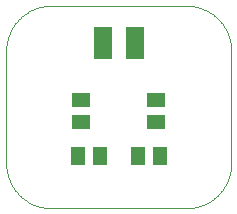
<source format=gbp>
G04 EAGLE Gerber X2 export*
%TF.Part,Single*%
%TF.FileFunction,Other,Solder paste bottom*%
%TF.FilePolarity,Positive*%
%TF.GenerationSoftware,Autodesk,EAGLE,9.0.0*%
%TF.CreationDate,2018-05-03T06:21:48Z*%
G75*
%MOMM*%
%FSLAX35Y35*%
%LPD*%
%AMOC8*
5,1,8,0,0,1.08239X$1,22.5*%
G01*
%ADD10C,0.100000*%
%ADD11R,1.300000X1.500000*%
%ADD12R,1.500000X1.300000*%
%ADD13R,1.500000X2.700000*%


D10*
X952500Y2286000D02*
X2095500Y2286000D01*
X2476500Y1905000D02*
X2476500Y952500D01*
X2095500Y571500D02*
X952500Y571500D01*
X571500Y952500D02*
X571500Y1905000D01*
X571611Y1914206D01*
X571945Y1923407D01*
X572501Y1932598D01*
X573279Y1941772D01*
X574278Y1950924D01*
X575498Y1960050D01*
X576938Y1969144D01*
X578598Y1978200D01*
X580476Y1987214D01*
X582571Y1996179D01*
X584882Y2005092D01*
X587408Y2013945D01*
X590147Y2022735D01*
X593098Y2031457D01*
X596259Y2040104D01*
X599627Y2048673D01*
X603202Y2057158D01*
X606981Y2065554D01*
X610961Y2073856D01*
X615141Y2082060D01*
X619518Y2090160D01*
X624090Y2098152D01*
X628853Y2106031D01*
X633805Y2113793D01*
X638943Y2121433D01*
X644265Y2128946D01*
X649766Y2136329D01*
X655444Y2143577D01*
X661296Y2150685D01*
X667317Y2157650D01*
X673506Y2164467D01*
X679857Y2171133D01*
X686367Y2177643D01*
X693033Y2183994D01*
X699850Y2190183D01*
X706815Y2196204D01*
X713923Y2202056D01*
X721171Y2207734D01*
X728554Y2213235D01*
X736067Y2218557D01*
X743707Y2223695D01*
X751469Y2228647D01*
X759348Y2233410D01*
X767340Y2237982D01*
X775440Y2242359D01*
X783644Y2246539D01*
X791946Y2250519D01*
X800342Y2254298D01*
X808827Y2257873D01*
X817396Y2261241D01*
X826043Y2264402D01*
X834765Y2267353D01*
X843555Y2270092D01*
X852408Y2272618D01*
X861321Y2274929D01*
X870286Y2277024D01*
X879300Y2278902D01*
X888356Y2280562D01*
X897450Y2282002D01*
X906576Y2283222D01*
X915728Y2284221D01*
X924902Y2284999D01*
X934093Y2285555D01*
X943294Y2285889D01*
X952500Y2286000D01*
X2095500Y2286000D02*
X2104706Y2285889D01*
X2113907Y2285555D01*
X2123098Y2284999D01*
X2132272Y2284221D01*
X2141424Y2283222D01*
X2150550Y2282002D01*
X2159644Y2280562D01*
X2168700Y2278902D01*
X2177714Y2277024D01*
X2186679Y2274929D01*
X2195592Y2272618D01*
X2204445Y2270092D01*
X2213235Y2267353D01*
X2221957Y2264402D01*
X2230604Y2261241D01*
X2239173Y2257873D01*
X2247658Y2254298D01*
X2256054Y2250519D01*
X2264356Y2246539D01*
X2272560Y2242359D01*
X2280660Y2237982D01*
X2288652Y2233410D01*
X2296531Y2228647D01*
X2304293Y2223695D01*
X2311933Y2218557D01*
X2319446Y2213235D01*
X2326829Y2207734D01*
X2334077Y2202056D01*
X2341185Y2196204D01*
X2348150Y2190183D01*
X2354967Y2183994D01*
X2361633Y2177643D01*
X2368143Y2171133D01*
X2374494Y2164467D01*
X2380683Y2157650D01*
X2386704Y2150685D01*
X2392556Y2143577D01*
X2398234Y2136329D01*
X2403735Y2128946D01*
X2409057Y2121433D01*
X2414195Y2113793D01*
X2419147Y2106031D01*
X2423910Y2098152D01*
X2428482Y2090160D01*
X2432859Y2082060D01*
X2437039Y2073856D01*
X2441019Y2065554D01*
X2444798Y2057158D01*
X2448373Y2048673D01*
X2451741Y2040104D01*
X2454902Y2031457D01*
X2457853Y2022735D01*
X2460592Y2013945D01*
X2463118Y2005092D01*
X2465429Y1996179D01*
X2467524Y1987214D01*
X2469402Y1978200D01*
X2471062Y1969144D01*
X2472502Y1960050D01*
X2473722Y1950924D01*
X2474721Y1941772D01*
X2475499Y1932598D01*
X2476055Y1923407D01*
X2476389Y1914206D01*
X2476500Y1905000D01*
X2476500Y952500D02*
X2476389Y943294D01*
X2476055Y934093D01*
X2475499Y924902D01*
X2474721Y915728D01*
X2473722Y906576D01*
X2472502Y897450D01*
X2471062Y888356D01*
X2469402Y879300D01*
X2467524Y870286D01*
X2465429Y861321D01*
X2463118Y852408D01*
X2460592Y843555D01*
X2457853Y834765D01*
X2454902Y826043D01*
X2451741Y817396D01*
X2448373Y808827D01*
X2444798Y800342D01*
X2441019Y791946D01*
X2437039Y783644D01*
X2432859Y775440D01*
X2428482Y767340D01*
X2423910Y759348D01*
X2419147Y751469D01*
X2414195Y743707D01*
X2409057Y736067D01*
X2403735Y728554D01*
X2398234Y721171D01*
X2392556Y713923D01*
X2386704Y706815D01*
X2380683Y699850D01*
X2374494Y693033D01*
X2368143Y686367D01*
X2361633Y679857D01*
X2354967Y673506D01*
X2348150Y667317D01*
X2341185Y661296D01*
X2334077Y655444D01*
X2326829Y649766D01*
X2319446Y644265D01*
X2311933Y638943D01*
X2304293Y633805D01*
X2296531Y628853D01*
X2288652Y624090D01*
X2280660Y619518D01*
X2272560Y615141D01*
X2264356Y610961D01*
X2256054Y606981D01*
X2247658Y603202D01*
X2239173Y599627D01*
X2230604Y596259D01*
X2221957Y593098D01*
X2213235Y590147D01*
X2204445Y587408D01*
X2195592Y584882D01*
X2186679Y582571D01*
X2177714Y580476D01*
X2168700Y578598D01*
X2159644Y576938D01*
X2150550Y575498D01*
X2141424Y574278D01*
X2132272Y573279D01*
X2123098Y572501D01*
X2113907Y571945D01*
X2104706Y571611D01*
X2095500Y571500D01*
X952500Y571500D02*
X943294Y571611D01*
X934093Y571945D01*
X924902Y572501D01*
X915728Y573279D01*
X906576Y574278D01*
X897450Y575498D01*
X888356Y576938D01*
X879300Y578598D01*
X870286Y580476D01*
X861321Y582571D01*
X852408Y584882D01*
X843555Y587408D01*
X834765Y590147D01*
X826043Y593098D01*
X817396Y596259D01*
X808827Y599627D01*
X800342Y603202D01*
X791946Y606981D01*
X783644Y610961D01*
X775440Y615141D01*
X767340Y619518D01*
X759348Y624090D01*
X751469Y628853D01*
X743707Y633805D01*
X736067Y638943D01*
X728554Y644265D01*
X721171Y649766D01*
X713923Y655444D01*
X706815Y661296D01*
X699850Y667317D01*
X693033Y673506D01*
X686367Y679857D01*
X679857Y686367D01*
X673506Y693033D01*
X667317Y699850D01*
X661296Y706815D01*
X655444Y713923D01*
X649766Y721171D01*
X644265Y728554D01*
X638943Y736067D01*
X633805Y743707D01*
X628853Y751469D01*
X624090Y759348D01*
X619518Y767340D01*
X615141Y775440D01*
X610961Y783644D01*
X606981Y791946D01*
X603202Y800342D01*
X599627Y808827D01*
X596259Y817396D01*
X593098Y826043D01*
X590147Y834765D01*
X587408Y843555D01*
X584882Y852408D01*
X582571Y861321D01*
X580476Y870286D01*
X578598Y879300D01*
X576938Y888356D01*
X575498Y897450D01*
X574278Y906576D01*
X573279Y915728D01*
X572501Y924902D01*
X571945Y934093D01*
X571611Y943294D01*
X571500Y952500D01*
D11*
X1683000Y1016000D03*
X1873000Y1016000D03*
D12*
X1206500Y1302000D03*
X1206500Y1492000D03*
X1841500Y1302000D03*
X1841500Y1492000D03*
D13*
X1389000Y1967500D03*
X1659000Y1969500D03*
D11*
X1175000Y1016000D03*
X1365000Y1016000D03*
M02*

</source>
